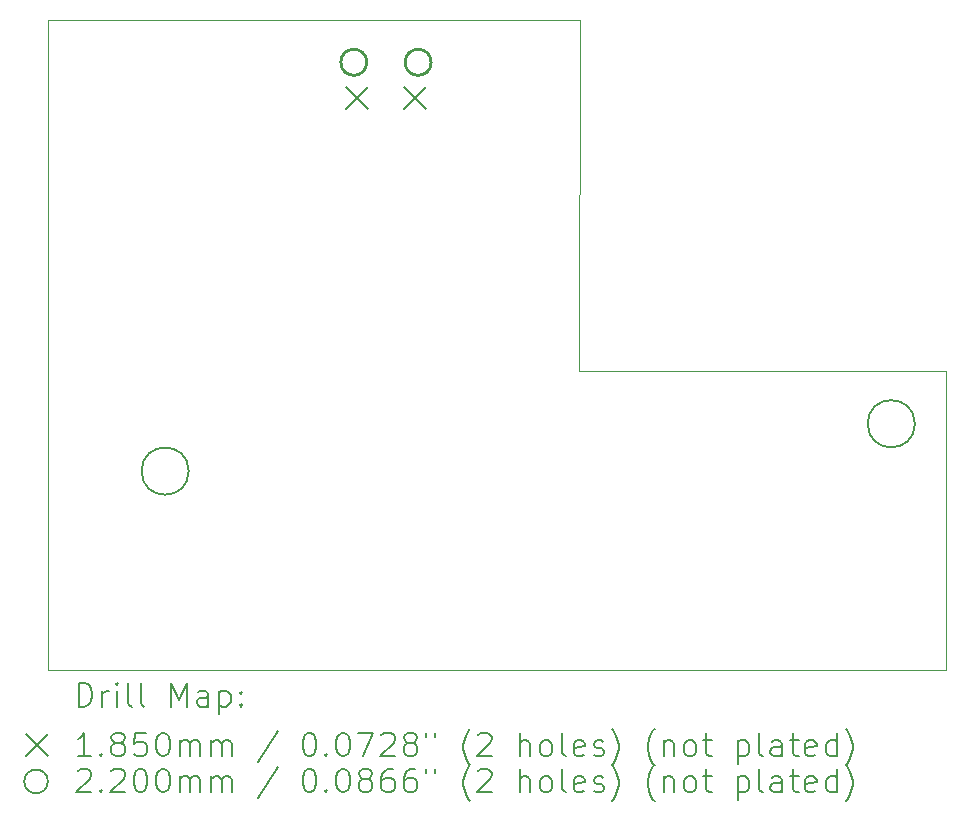
<source format=gbr>
%TF.GenerationSoftware,KiCad,Pcbnew,9.0.2*%
%TF.CreationDate,2025-07-08T09:36:59-03:00*%
%TF.ProjectId,RadProt_IOT,52616450-726f-4745-9f49-4f542e6b6963,rev?*%
%TF.SameCoordinates,Original*%
%TF.FileFunction,Drillmap*%
%TF.FilePolarity,Positive*%
%FSLAX45Y45*%
G04 Gerber Fmt 4.5, Leading zero omitted, Abs format (unit mm)*
G04 Created by KiCad (PCBNEW 9.0.2) date 2025-07-08 09:36:59*
%MOMM*%
%LPD*%
G01*
G04 APERTURE LIST*
%ADD10C,0.200000*%
%ADD11C,0.050000*%
%ADD12C,0.185000*%
%ADD13C,0.220000*%
G04 APERTURE END LIST*
D10*
X11690000Y-11820000D02*
G75*
G02*
X11290000Y-11820000I-200000J0D01*
G01*
X11290000Y-11820000D02*
G75*
G02*
X11690000Y-11820000I200000J0D01*
G01*
D11*
X15000000Y-8000000D02*
X10500000Y-8000000D01*
D10*
X17838000Y-11419000D02*
G75*
G02*
X17438000Y-11419000I-200000J0D01*
G01*
X17438000Y-11419000D02*
G75*
G02*
X17838000Y-11419000I200000J0D01*
G01*
D11*
X18100000Y-10969000D02*
X14997471Y-10969000D01*
X10500000Y-13500000D02*
X18100000Y-13500000D01*
X14997471Y-10969000D02*
X15000000Y-8000000D01*
X10500000Y-8000000D02*
X10500000Y-13500000D01*
X18100000Y-10969000D02*
X18100000Y-13500000D01*
D10*
D12*
X13025000Y-8569500D02*
X13210000Y-8754500D01*
X13210000Y-8569500D02*
X13025000Y-8754500D01*
X13510000Y-8569500D02*
X13695000Y-8754500D01*
X13695000Y-8569500D02*
X13510000Y-8754500D01*
D13*
X13197500Y-8359000D02*
G75*
G02*
X12977500Y-8359000I-110000J0D01*
G01*
X12977500Y-8359000D02*
G75*
G02*
X13197500Y-8359000I110000J0D01*
G01*
X13742500Y-8359000D02*
G75*
G02*
X13522500Y-8359000I-110000J0D01*
G01*
X13522500Y-8359000D02*
G75*
G02*
X13742500Y-8359000I110000J0D01*
G01*
D10*
X10758277Y-13813984D02*
X10758277Y-13613984D01*
X10758277Y-13613984D02*
X10805896Y-13613984D01*
X10805896Y-13613984D02*
X10834467Y-13623508D01*
X10834467Y-13623508D02*
X10853515Y-13642555D01*
X10853515Y-13642555D02*
X10863039Y-13661603D01*
X10863039Y-13661603D02*
X10872563Y-13699698D01*
X10872563Y-13699698D02*
X10872563Y-13728269D01*
X10872563Y-13728269D02*
X10863039Y-13766365D01*
X10863039Y-13766365D02*
X10853515Y-13785412D01*
X10853515Y-13785412D02*
X10834467Y-13804460D01*
X10834467Y-13804460D02*
X10805896Y-13813984D01*
X10805896Y-13813984D02*
X10758277Y-13813984D01*
X10958277Y-13813984D02*
X10958277Y-13680650D01*
X10958277Y-13718746D02*
X10967801Y-13699698D01*
X10967801Y-13699698D02*
X10977324Y-13690174D01*
X10977324Y-13690174D02*
X10996372Y-13680650D01*
X10996372Y-13680650D02*
X11015420Y-13680650D01*
X11082086Y-13813984D02*
X11082086Y-13680650D01*
X11082086Y-13613984D02*
X11072563Y-13623508D01*
X11072563Y-13623508D02*
X11082086Y-13633031D01*
X11082086Y-13633031D02*
X11091610Y-13623508D01*
X11091610Y-13623508D02*
X11082086Y-13613984D01*
X11082086Y-13613984D02*
X11082086Y-13633031D01*
X11205896Y-13813984D02*
X11186848Y-13804460D01*
X11186848Y-13804460D02*
X11177324Y-13785412D01*
X11177324Y-13785412D02*
X11177324Y-13613984D01*
X11310658Y-13813984D02*
X11291610Y-13804460D01*
X11291610Y-13804460D02*
X11282086Y-13785412D01*
X11282086Y-13785412D02*
X11282086Y-13613984D01*
X11539229Y-13813984D02*
X11539229Y-13613984D01*
X11539229Y-13613984D02*
X11605896Y-13756841D01*
X11605896Y-13756841D02*
X11672562Y-13613984D01*
X11672562Y-13613984D02*
X11672562Y-13813984D01*
X11853515Y-13813984D02*
X11853515Y-13709222D01*
X11853515Y-13709222D02*
X11843991Y-13690174D01*
X11843991Y-13690174D02*
X11824943Y-13680650D01*
X11824943Y-13680650D02*
X11786848Y-13680650D01*
X11786848Y-13680650D02*
X11767801Y-13690174D01*
X11853515Y-13804460D02*
X11834467Y-13813984D01*
X11834467Y-13813984D02*
X11786848Y-13813984D01*
X11786848Y-13813984D02*
X11767801Y-13804460D01*
X11767801Y-13804460D02*
X11758277Y-13785412D01*
X11758277Y-13785412D02*
X11758277Y-13766365D01*
X11758277Y-13766365D02*
X11767801Y-13747317D01*
X11767801Y-13747317D02*
X11786848Y-13737793D01*
X11786848Y-13737793D02*
X11834467Y-13737793D01*
X11834467Y-13737793D02*
X11853515Y-13728269D01*
X11948753Y-13680650D02*
X11948753Y-13880650D01*
X11948753Y-13690174D02*
X11967801Y-13680650D01*
X11967801Y-13680650D02*
X12005896Y-13680650D01*
X12005896Y-13680650D02*
X12024943Y-13690174D01*
X12024943Y-13690174D02*
X12034467Y-13699698D01*
X12034467Y-13699698D02*
X12043991Y-13718746D01*
X12043991Y-13718746D02*
X12043991Y-13775888D01*
X12043991Y-13775888D02*
X12034467Y-13794936D01*
X12034467Y-13794936D02*
X12024943Y-13804460D01*
X12024943Y-13804460D02*
X12005896Y-13813984D01*
X12005896Y-13813984D02*
X11967801Y-13813984D01*
X11967801Y-13813984D02*
X11948753Y-13804460D01*
X12129705Y-13794936D02*
X12139229Y-13804460D01*
X12139229Y-13804460D02*
X12129705Y-13813984D01*
X12129705Y-13813984D02*
X12120182Y-13804460D01*
X12120182Y-13804460D02*
X12129705Y-13794936D01*
X12129705Y-13794936D02*
X12129705Y-13813984D01*
X12129705Y-13690174D02*
X12139229Y-13699698D01*
X12139229Y-13699698D02*
X12129705Y-13709222D01*
X12129705Y-13709222D02*
X12120182Y-13699698D01*
X12120182Y-13699698D02*
X12129705Y-13690174D01*
X12129705Y-13690174D02*
X12129705Y-13709222D01*
D12*
X10312500Y-14050000D02*
X10497500Y-14235000D01*
X10497500Y-14050000D02*
X10312500Y-14235000D01*
D10*
X10863039Y-14233984D02*
X10748753Y-14233984D01*
X10805896Y-14233984D02*
X10805896Y-14033984D01*
X10805896Y-14033984D02*
X10786848Y-14062555D01*
X10786848Y-14062555D02*
X10767801Y-14081603D01*
X10767801Y-14081603D02*
X10748753Y-14091127D01*
X10948753Y-14214936D02*
X10958277Y-14224460D01*
X10958277Y-14224460D02*
X10948753Y-14233984D01*
X10948753Y-14233984D02*
X10939229Y-14224460D01*
X10939229Y-14224460D02*
X10948753Y-14214936D01*
X10948753Y-14214936D02*
X10948753Y-14233984D01*
X11072563Y-14119698D02*
X11053515Y-14110174D01*
X11053515Y-14110174D02*
X11043991Y-14100650D01*
X11043991Y-14100650D02*
X11034467Y-14081603D01*
X11034467Y-14081603D02*
X11034467Y-14072079D01*
X11034467Y-14072079D02*
X11043991Y-14053031D01*
X11043991Y-14053031D02*
X11053515Y-14043508D01*
X11053515Y-14043508D02*
X11072563Y-14033984D01*
X11072563Y-14033984D02*
X11110658Y-14033984D01*
X11110658Y-14033984D02*
X11129705Y-14043508D01*
X11129705Y-14043508D02*
X11139229Y-14053031D01*
X11139229Y-14053031D02*
X11148753Y-14072079D01*
X11148753Y-14072079D02*
X11148753Y-14081603D01*
X11148753Y-14081603D02*
X11139229Y-14100650D01*
X11139229Y-14100650D02*
X11129705Y-14110174D01*
X11129705Y-14110174D02*
X11110658Y-14119698D01*
X11110658Y-14119698D02*
X11072563Y-14119698D01*
X11072563Y-14119698D02*
X11053515Y-14129222D01*
X11053515Y-14129222D02*
X11043991Y-14138746D01*
X11043991Y-14138746D02*
X11034467Y-14157793D01*
X11034467Y-14157793D02*
X11034467Y-14195888D01*
X11034467Y-14195888D02*
X11043991Y-14214936D01*
X11043991Y-14214936D02*
X11053515Y-14224460D01*
X11053515Y-14224460D02*
X11072563Y-14233984D01*
X11072563Y-14233984D02*
X11110658Y-14233984D01*
X11110658Y-14233984D02*
X11129705Y-14224460D01*
X11129705Y-14224460D02*
X11139229Y-14214936D01*
X11139229Y-14214936D02*
X11148753Y-14195888D01*
X11148753Y-14195888D02*
X11148753Y-14157793D01*
X11148753Y-14157793D02*
X11139229Y-14138746D01*
X11139229Y-14138746D02*
X11129705Y-14129222D01*
X11129705Y-14129222D02*
X11110658Y-14119698D01*
X11329705Y-14033984D02*
X11234467Y-14033984D01*
X11234467Y-14033984D02*
X11224943Y-14129222D01*
X11224943Y-14129222D02*
X11234467Y-14119698D01*
X11234467Y-14119698D02*
X11253515Y-14110174D01*
X11253515Y-14110174D02*
X11301134Y-14110174D01*
X11301134Y-14110174D02*
X11320182Y-14119698D01*
X11320182Y-14119698D02*
X11329705Y-14129222D01*
X11329705Y-14129222D02*
X11339229Y-14148269D01*
X11339229Y-14148269D02*
X11339229Y-14195888D01*
X11339229Y-14195888D02*
X11329705Y-14214936D01*
X11329705Y-14214936D02*
X11320182Y-14224460D01*
X11320182Y-14224460D02*
X11301134Y-14233984D01*
X11301134Y-14233984D02*
X11253515Y-14233984D01*
X11253515Y-14233984D02*
X11234467Y-14224460D01*
X11234467Y-14224460D02*
X11224943Y-14214936D01*
X11463039Y-14033984D02*
X11482086Y-14033984D01*
X11482086Y-14033984D02*
X11501134Y-14043508D01*
X11501134Y-14043508D02*
X11510658Y-14053031D01*
X11510658Y-14053031D02*
X11520182Y-14072079D01*
X11520182Y-14072079D02*
X11529705Y-14110174D01*
X11529705Y-14110174D02*
X11529705Y-14157793D01*
X11529705Y-14157793D02*
X11520182Y-14195888D01*
X11520182Y-14195888D02*
X11510658Y-14214936D01*
X11510658Y-14214936D02*
X11501134Y-14224460D01*
X11501134Y-14224460D02*
X11482086Y-14233984D01*
X11482086Y-14233984D02*
X11463039Y-14233984D01*
X11463039Y-14233984D02*
X11443991Y-14224460D01*
X11443991Y-14224460D02*
X11434467Y-14214936D01*
X11434467Y-14214936D02*
X11424943Y-14195888D01*
X11424943Y-14195888D02*
X11415420Y-14157793D01*
X11415420Y-14157793D02*
X11415420Y-14110174D01*
X11415420Y-14110174D02*
X11424943Y-14072079D01*
X11424943Y-14072079D02*
X11434467Y-14053031D01*
X11434467Y-14053031D02*
X11443991Y-14043508D01*
X11443991Y-14043508D02*
X11463039Y-14033984D01*
X11615420Y-14233984D02*
X11615420Y-14100650D01*
X11615420Y-14119698D02*
X11624943Y-14110174D01*
X11624943Y-14110174D02*
X11643991Y-14100650D01*
X11643991Y-14100650D02*
X11672563Y-14100650D01*
X11672563Y-14100650D02*
X11691610Y-14110174D01*
X11691610Y-14110174D02*
X11701134Y-14129222D01*
X11701134Y-14129222D02*
X11701134Y-14233984D01*
X11701134Y-14129222D02*
X11710658Y-14110174D01*
X11710658Y-14110174D02*
X11729705Y-14100650D01*
X11729705Y-14100650D02*
X11758277Y-14100650D01*
X11758277Y-14100650D02*
X11777324Y-14110174D01*
X11777324Y-14110174D02*
X11786848Y-14129222D01*
X11786848Y-14129222D02*
X11786848Y-14233984D01*
X11882086Y-14233984D02*
X11882086Y-14100650D01*
X11882086Y-14119698D02*
X11891610Y-14110174D01*
X11891610Y-14110174D02*
X11910658Y-14100650D01*
X11910658Y-14100650D02*
X11939229Y-14100650D01*
X11939229Y-14100650D02*
X11958277Y-14110174D01*
X11958277Y-14110174D02*
X11967801Y-14129222D01*
X11967801Y-14129222D02*
X11967801Y-14233984D01*
X11967801Y-14129222D02*
X11977324Y-14110174D01*
X11977324Y-14110174D02*
X11996372Y-14100650D01*
X11996372Y-14100650D02*
X12024943Y-14100650D01*
X12024943Y-14100650D02*
X12043991Y-14110174D01*
X12043991Y-14110174D02*
X12053515Y-14129222D01*
X12053515Y-14129222D02*
X12053515Y-14233984D01*
X12443991Y-14024460D02*
X12272563Y-14281603D01*
X12701134Y-14033984D02*
X12720182Y-14033984D01*
X12720182Y-14033984D02*
X12739229Y-14043508D01*
X12739229Y-14043508D02*
X12748753Y-14053031D01*
X12748753Y-14053031D02*
X12758277Y-14072079D01*
X12758277Y-14072079D02*
X12767801Y-14110174D01*
X12767801Y-14110174D02*
X12767801Y-14157793D01*
X12767801Y-14157793D02*
X12758277Y-14195888D01*
X12758277Y-14195888D02*
X12748753Y-14214936D01*
X12748753Y-14214936D02*
X12739229Y-14224460D01*
X12739229Y-14224460D02*
X12720182Y-14233984D01*
X12720182Y-14233984D02*
X12701134Y-14233984D01*
X12701134Y-14233984D02*
X12682086Y-14224460D01*
X12682086Y-14224460D02*
X12672563Y-14214936D01*
X12672563Y-14214936D02*
X12663039Y-14195888D01*
X12663039Y-14195888D02*
X12653515Y-14157793D01*
X12653515Y-14157793D02*
X12653515Y-14110174D01*
X12653515Y-14110174D02*
X12663039Y-14072079D01*
X12663039Y-14072079D02*
X12672563Y-14053031D01*
X12672563Y-14053031D02*
X12682086Y-14043508D01*
X12682086Y-14043508D02*
X12701134Y-14033984D01*
X12853515Y-14214936D02*
X12863039Y-14224460D01*
X12863039Y-14224460D02*
X12853515Y-14233984D01*
X12853515Y-14233984D02*
X12843991Y-14224460D01*
X12843991Y-14224460D02*
X12853515Y-14214936D01*
X12853515Y-14214936D02*
X12853515Y-14233984D01*
X12986848Y-14033984D02*
X13005896Y-14033984D01*
X13005896Y-14033984D02*
X13024944Y-14043508D01*
X13024944Y-14043508D02*
X13034467Y-14053031D01*
X13034467Y-14053031D02*
X13043991Y-14072079D01*
X13043991Y-14072079D02*
X13053515Y-14110174D01*
X13053515Y-14110174D02*
X13053515Y-14157793D01*
X13053515Y-14157793D02*
X13043991Y-14195888D01*
X13043991Y-14195888D02*
X13034467Y-14214936D01*
X13034467Y-14214936D02*
X13024944Y-14224460D01*
X13024944Y-14224460D02*
X13005896Y-14233984D01*
X13005896Y-14233984D02*
X12986848Y-14233984D01*
X12986848Y-14233984D02*
X12967801Y-14224460D01*
X12967801Y-14224460D02*
X12958277Y-14214936D01*
X12958277Y-14214936D02*
X12948753Y-14195888D01*
X12948753Y-14195888D02*
X12939229Y-14157793D01*
X12939229Y-14157793D02*
X12939229Y-14110174D01*
X12939229Y-14110174D02*
X12948753Y-14072079D01*
X12948753Y-14072079D02*
X12958277Y-14053031D01*
X12958277Y-14053031D02*
X12967801Y-14043508D01*
X12967801Y-14043508D02*
X12986848Y-14033984D01*
X13120182Y-14033984D02*
X13253515Y-14033984D01*
X13253515Y-14033984D02*
X13167801Y-14233984D01*
X13320182Y-14053031D02*
X13329706Y-14043508D01*
X13329706Y-14043508D02*
X13348753Y-14033984D01*
X13348753Y-14033984D02*
X13396372Y-14033984D01*
X13396372Y-14033984D02*
X13415420Y-14043508D01*
X13415420Y-14043508D02*
X13424944Y-14053031D01*
X13424944Y-14053031D02*
X13434467Y-14072079D01*
X13434467Y-14072079D02*
X13434467Y-14091127D01*
X13434467Y-14091127D02*
X13424944Y-14119698D01*
X13424944Y-14119698D02*
X13310658Y-14233984D01*
X13310658Y-14233984D02*
X13434467Y-14233984D01*
X13548753Y-14119698D02*
X13529706Y-14110174D01*
X13529706Y-14110174D02*
X13520182Y-14100650D01*
X13520182Y-14100650D02*
X13510658Y-14081603D01*
X13510658Y-14081603D02*
X13510658Y-14072079D01*
X13510658Y-14072079D02*
X13520182Y-14053031D01*
X13520182Y-14053031D02*
X13529706Y-14043508D01*
X13529706Y-14043508D02*
X13548753Y-14033984D01*
X13548753Y-14033984D02*
X13586848Y-14033984D01*
X13586848Y-14033984D02*
X13605896Y-14043508D01*
X13605896Y-14043508D02*
X13615420Y-14053031D01*
X13615420Y-14053031D02*
X13624944Y-14072079D01*
X13624944Y-14072079D02*
X13624944Y-14081603D01*
X13624944Y-14081603D02*
X13615420Y-14100650D01*
X13615420Y-14100650D02*
X13605896Y-14110174D01*
X13605896Y-14110174D02*
X13586848Y-14119698D01*
X13586848Y-14119698D02*
X13548753Y-14119698D01*
X13548753Y-14119698D02*
X13529706Y-14129222D01*
X13529706Y-14129222D02*
X13520182Y-14138746D01*
X13520182Y-14138746D02*
X13510658Y-14157793D01*
X13510658Y-14157793D02*
X13510658Y-14195888D01*
X13510658Y-14195888D02*
X13520182Y-14214936D01*
X13520182Y-14214936D02*
X13529706Y-14224460D01*
X13529706Y-14224460D02*
X13548753Y-14233984D01*
X13548753Y-14233984D02*
X13586848Y-14233984D01*
X13586848Y-14233984D02*
X13605896Y-14224460D01*
X13605896Y-14224460D02*
X13615420Y-14214936D01*
X13615420Y-14214936D02*
X13624944Y-14195888D01*
X13624944Y-14195888D02*
X13624944Y-14157793D01*
X13624944Y-14157793D02*
X13615420Y-14138746D01*
X13615420Y-14138746D02*
X13605896Y-14129222D01*
X13605896Y-14129222D02*
X13586848Y-14119698D01*
X13701134Y-14033984D02*
X13701134Y-14072079D01*
X13777325Y-14033984D02*
X13777325Y-14072079D01*
X14072563Y-14310174D02*
X14063039Y-14300650D01*
X14063039Y-14300650D02*
X14043991Y-14272079D01*
X14043991Y-14272079D02*
X14034468Y-14253031D01*
X14034468Y-14253031D02*
X14024944Y-14224460D01*
X14024944Y-14224460D02*
X14015420Y-14176841D01*
X14015420Y-14176841D02*
X14015420Y-14138746D01*
X14015420Y-14138746D02*
X14024944Y-14091127D01*
X14024944Y-14091127D02*
X14034468Y-14062555D01*
X14034468Y-14062555D02*
X14043991Y-14043508D01*
X14043991Y-14043508D02*
X14063039Y-14014936D01*
X14063039Y-14014936D02*
X14072563Y-14005412D01*
X14139229Y-14053031D02*
X14148753Y-14043508D01*
X14148753Y-14043508D02*
X14167801Y-14033984D01*
X14167801Y-14033984D02*
X14215420Y-14033984D01*
X14215420Y-14033984D02*
X14234468Y-14043508D01*
X14234468Y-14043508D02*
X14243991Y-14053031D01*
X14243991Y-14053031D02*
X14253515Y-14072079D01*
X14253515Y-14072079D02*
X14253515Y-14091127D01*
X14253515Y-14091127D02*
X14243991Y-14119698D01*
X14243991Y-14119698D02*
X14129706Y-14233984D01*
X14129706Y-14233984D02*
X14253515Y-14233984D01*
X14491610Y-14233984D02*
X14491610Y-14033984D01*
X14577325Y-14233984D02*
X14577325Y-14129222D01*
X14577325Y-14129222D02*
X14567801Y-14110174D01*
X14567801Y-14110174D02*
X14548753Y-14100650D01*
X14548753Y-14100650D02*
X14520182Y-14100650D01*
X14520182Y-14100650D02*
X14501134Y-14110174D01*
X14501134Y-14110174D02*
X14491610Y-14119698D01*
X14701134Y-14233984D02*
X14682087Y-14224460D01*
X14682087Y-14224460D02*
X14672563Y-14214936D01*
X14672563Y-14214936D02*
X14663039Y-14195888D01*
X14663039Y-14195888D02*
X14663039Y-14138746D01*
X14663039Y-14138746D02*
X14672563Y-14119698D01*
X14672563Y-14119698D02*
X14682087Y-14110174D01*
X14682087Y-14110174D02*
X14701134Y-14100650D01*
X14701134Y-14100650D02*
X14729706Y-14100650D01*
X14729706Y-14100650D02*
X14748753Y-14110174D01*
X14748753Y-14110174D02*
X14758277Y-14119698D01*
X14758277Y-14119698D02*
X14767801Y-14138746D01*
X14767801Y-14138746D02*
X14767801Y-14195888D01*
X14767801Y-14195888D02*
X14758277Y-14214936D01*
X14758277Y-14214936D02*
X14748753Y-14224460D01*
X14748753Y-14224460D02*
X14729706Y-14233984D01*
X14729706Y-14233984D02*
X14701134Y-14233984D01*
X14882087Y-14233984D02*
X14863039Y-14224460D01*
X14863039Y-14224460D02*
X14853515Y-14205412D01*
X14853515Y-14205412D02*
X14853515Y-14033984D01*
X15034468Y-14224460D02*
X15015420Y-14233984D01*
X15015420Y-14233984D02*
X14977325Y-14233984D01*
X14977325Y-14233984D02*
X14958277Y-14224460D01*
X14958277Y-14224460D02*
X14948753Y-14205412D01*
X14948753Y-14205412D02*
X14948753Y-14129222D01*
X14948753Y-14129222D02*
X14958277Y-14110174D01*
X14958277Y-14110174D02*
X14977325Y-14100650D01*
X14977325Y-14100650D02*
X15015420Y-14100650D01*
X15015420Y-14100650D02*
X15034468Y-14110174D01*
X15034468Y-14110174D02*
X15043991Y-14129222D01*
X15043991Y-14129222D02*
X15043991Y-14148269D01*
X15043991Y-14148269D02*
X14948753Y-14167317D01*
X15120182Y-14224460D02*
X15139230Y-14233984D01*
X15139230Y-14233984D02*
X15177325Y-14233984D01*
X15177325Y-14233984D02*
X15196372Y-14224460D01*
X15196372Y-14224460D02*
X15205896Y-14205412D01*
X15205896Y-14205412D02*
X15205896Y-14195888D01*
X15205896Y-14195888D02*
X15196372Y-14176841D01*
X15196372Y-14176841D02*
X15177325Y-14167317D01*
X15177325Y-14167317D02*
X15148753Y-14167317D01*
X15148753Y-14167317D02*
X15129706Y-14157793D01*
X15129706Y-14157793D02*
X15120182Y-14138746D01*
X15120182Y-14138746D02*
X15120182Y-14129222D01*
X15120182Y-14129222D02*
X15129706Y-14110174D01*
X15129706Y-14110174D02*
X15148753Y-14100650D01*
X15148753Y-14100650D02*
X15177325Y-14100650D01*
X15177325Y-14100650D02*
X15196372Y-14110174D01*
X15272563Y-14310174D02*
X15282087Y-14300650D01*
X15282087Y-14300650D02*
X15301134Y-14272079D01*
X15301134Y-14272079D02*
X15310658Y-14253031D01*
X15310658Y-14253031D02*
X15320182Y-14224460D01*
X15320182Y-14224460D02*
X15329706Y-14176841D01*
X15329706Y-14176841D02*
X15329706Y-14138746D01*
X15329706Y-14138746D02*
X15320182Y-14091127D01*
X15320182Y-14091127D02*
X15310658Y-14062555D01*
X15310658Y-14062555D02*
X15301134Y-14043508D01*
X15301134Y-14043508D02*
X15282087Y-14014936D01*
X15282087Y-14014936D02*
X15272563Y-14005412D01*
X15634468Y-14310174D02*
X15624944Y-14300650D01*
X15624944Y-14300650D02*
X15605896Y-14272079D01*
X15605896Y-14272079D02*
X15596372Y-14253031D01*
X15596372Y-14253031D02*
X15586849Y-14224460D01*
X15586849Y-14224460D02*
X15577325Y-14176841D01*
X15577325Y-14176841D02*
X15577325Y-14138746D01*
X15577325Y-14138746D02*
X15586849Y-14091127D01*
X15586849Y-14091127D02*
X15596372Y-14062555D01*
X15596372Y-14062555D02*
X15605896Y-14043508D01*
X15605896Y-14043508D02*
X15624944Y-14014936D01*
X15624944Y-14014936D02*
X15634468Y-14005412D01*
X15710658Y-14100650D02*
X15710658Y-14233984D01*
X15710658Y-14119698D02*
X15720182Y-14110174D01*
X15720182Y-14110174D02*
X15739230Y-14100650D01*
X15739230Y-14100650D02*
X15767801Y-14100650D01*
X15767801Y-14100650D02*
X15786849Y-14110174D01*
X15786849Y-14110174D02*
X15796372Y-14129222D01*
X15796372Y-14129222D02*
X15796372Y-14233984D01*
X15920182Y-14233984D02*
X15901134Y-14224460D01*
X15901134Y-14224460D02*
X15891611Y-14214936D01*
X15891611Y-14214936D02*
X15882087Y-14195888D01*
X15882087Y-14195888D02*
X15882087Y-14138746D01*
X15882087Y-14138746D02*
X15891611Y-14119698D01*
X15891611Y-14119698D02*
X15901134Y-14110174D01*
X15901134Y-14110174D02*
X15920182Y-14100650D01*
X15920182Y-14100650D02*
X15948753Y-14100650D01*
X15948753Y-14100650D02*
X15967801Y-14110174D01*
X15967801Y-14110174D02*
X15977325Y-14119698D01*
X15977325Y-14119698D02*
X15986849Y-14138746D01*
X15986849Y-14138746D02*
X15986849Y-14195888D01*
X15986849Y-14195888D02*
X15977325Y-14214936D01*
X15977325Y-14214936D02*
X15967801Y-14224460D01*
X15967801Y-14224460D02*
X15948753Y-14233984D01*
X15948753Y-14233984D02*
X15920182Y-14233984D01*
X16043992Y-14100650D02*
X16120182Y-14100650D01*
X16072563Y-14033984D02*
X16072563Y-14205412D01*
X16072563Y-14205412D02*
X16082087Y-14224460D01*
X16082087Y-14224460D02*
X16101134Y-14233984D01*
X16101134Y-14233984D02*
X16120182Y-14233984D01*
X16339230Y-14100650D02*
X16339230Y-14300650D01*
X16339230Y-14110174D02*
X16358277Y-14100650D01*
X16358277Y-14100650D02*
X16396373Y-14100650D01*
X16396373Y-14100650D02*
X16415420Y-14110174D01*
X16415420Y-14110174D02*
X16424944Y-14119698D01*
X16424944Y-14119698D02*
X16434468Y-14138746D01*
X16434468Y-14138746D02*
X16434468Y-14195888D01*
X16434468Y-14195888D02*
X16424944Y-14214936D01*
X16424944Y-14214936D02*
X16415420Y-14224460D01*
X16415420Y-14224460D02*
X16396373Y-14233984D01*
X16396373Y-14233984D02*
X16358277Y-14233984D01*
X16358277Y-14233984D02*
X16339230Y-14224460D01*
X16548753Y-14233984D02*
X16529706Y-14224460D01*
X16529706Y-14224460D02*
X16520182Y-14205412D01*
X16520182Y-14205412D02*
X16520182Y-14033984D01*
X16710658Y-14233984D02*
X16710658Y-14129222D01*
X16710658Y-14129222D02*
X16701134Y-14110174D01*
X16701134Y-14110174D02*
X16682087Y-14100650D01*
X16682087Y-14100650D02*
X16643992Y-14100650D01*
X16643992Y-14100650D02*
X16624944Y-14110174D01*
X16710658Y-14224460D02*
X16691611Y-14233984D01*
X16691611Y-14233984D02*
X16643992Y-14233984D01*
X16643992Y-14233984D02*
X16624944Y-14224460D01*
X16624944Y-14224460D02*
X16615420Y-14205412D01*
X16615420Y-14205412D02*
X16615420Y-14186365D01*
X16615420Y-14186365D02*
X16624944Y-14167317D01*
X16624944Y-14167317D02*
X16643992Y-14157793D01*
X16643992Y-14157793D02*
X16691611Y-14157793D01*
X16691611Y-14157793D02*
X16710658Y-14148269D01*
X16777325Y-14100650D02*
X16853515Y-14100650D01*
X16805896Y-14033984D02*
X16805896Y-14205412D01*
X16805896Y-14205412D02*
X16815420Y-14224460D01*
X16815420Y-14224460D02*
X16834468Y-14233984D01*
X16834468Y-14233984D02*
X16853515Y-14233984D01*
X16996373Y-14224460D02*
X16977325Y-14233984D01*
X16977325Y-14233984D02*
X16939230Y-14233984D01*
X16939230Y-14233984D02*
X16920182Y-14224460D01*
X16920182Y-14224460D02*
X16910658Y-14205412D01*
X16910658Y-14205412D02*
X16910658Y-14129222D01*
X16910658Y-14129222D02*
X16920182Y-14110174D01*
X16920182Y-14110174D02*
X16939230Y-14100650D01*
X16939230Y-14100650D02*
X16977325Y-14100650D01*
X16977325Y-14100650D02*
X16996373Y-14110174D01*
X16996373Y-14110174D02*
X17005896Y-14129222D01*
X17005896Y-14129222D02*
X17005896Y-14148269D01*
X17005896Y-14148269D02*
X16910658Y-14167317D01*
X17177325Y-14233984D02*
X17177325Y-14033984D01*
X17177325Y-14224460D02*
X17158277Y-14233984D01*
X17158277Y-14233984D02*
X17120182Y-14233984D01*
X17120182Y-14233984D02*
X17101135Y-14224460D01*
X17101135Y-14224460D02*
X17091611Y-14214936D01*
X17091611Y-14214936D02*
X17082087Y-14195888D01*
X17082087Y-14195888D02*
X17082087Y-14138746D01*
X17082087Y-14138746D02*
X17091611Y-14119698D01*
X17091611Y-14119698D02*
X17101135Y-14110174D01*
X17101135Y-14110174D02*
X17120182Y-14100650D01*
X17120182Y-14100650D02*
X17158277Y-14100650D01*
X17158277Y-14100650D02*
X17177325Y-14110174D01*
X17253516Y-14310174D02*
X17263039Y-14300650D01*
X17263039Y-14300650D02*
X17282087Y-14272079D01*
X17282087Y-14272079D02*
X17291611Y-14253031D01*
X17291611Y-14253031D02*
X17301135Y-14224460D01*
X17301135Y-14224460D02*
X17310658Y-14176841D01*
X17310658Y-14176841D02*
X17310658Y-14138746D01*
X17310658Y-14138746D02*
X17301135Y-14091127D01*
X17301135Y-14091127D02*
X17291611Y-14062555D01*
X17291611Y-14062555D02*
X17282087Y-14043508D01*
X17282087Y-14043508D02*
X17263039Y-14014936D01*
X17263039Y-14014936D02*
X17253516Y-14005412D01*
X10497500Y-14447500D02*
G75*
G02*
X10297500Y-14447500I-100000J0D01*
G01*
X10297500Y-14447500D02*
G75*
G02*
X10497500Y-14447500I100000J0D01*
G01*
X10748753Y-14358031D02*
X10758277Y-14348508D01*
X10758277Y-14348508D02*
X10777324Y-14338984D01*
X10777324Y-14338984D02*
X10824944Y-14338984D01*
X10824944Y-14338984D02*
X10843991Y-14348508D01*
X10843991Y-14348508D02*
X10853515Y-14358031D01*
X10853515Y-14358031D02*
X10863039Y-14377079D01*
X10863039Y-14377079D02*
X10863039Y-14396127D01*
X10863039Y-14396127D02*
X10853515Y-14424698D01*
X10853515Y-14424698D02*
X10739229Y-14538984D01*
X10739229Y-14538984D02*
X10863039Y-14538984D01*
X10948753Y-14519936D02*
X10958277Y-14529460D01*
X10958277Y-14529460D02*
X10948753Y-14538984D01*
X10948753Y-14538984D02*
X10939229Y-14529460D01*
X10939229Y-14529460D02*
X10948753Y-14519936D01*
X10948753Y-14519936D02*
X10948753Y-14538984D01*
X11034467Y-14358031D02*
X11043991Y-14348508D01*
X11043991Y-14348508D02*
X11063039Y-14338984D01*
X11063039Y-14338984D02*
X11110658Y-14338984D01*
X11110658Y-14338984D02*
X11129705Y-14348508D01*
X11129705Y-14348508D02*
X11139229Y-14358031D01*
X11139229Y-14358031D02*
X11148753Y-14377079D01*
X11148753Y-14377079D02*
X11148753Y-14396127D01*
X11148753Y-14396127D02*
X11139229Y-14424698D01*
X11139229Y-14424698D02*
X11024944Y-14538984D01*
X11024944Y-14538984D02*
X11148753Y-14538984D01*
X11272562Y-14338984D02*
X11291610Y-14338984D01*
X11291610Y-14338984D02*
X11310658Y-14348508D01*
X11310658Y-14348508D02*
X11320182Y-14358031D01*
X11320182Y-14358031D02*
X11329705Y-14377079D01*
X11329705Y-14377079D02*
X11339229Y-14415174D01*
X11339229Y-14415174D02*
X11339229Y-14462793D01*
X11339229Y-14462793D02*
X11329705Y-14500888D01*
X11329705Y-14500888D02*
X11320182Y-14519936D01*
X11320182Y-14519936D02*
X11310658Y-14529460D01*
X11310658Y-14529460D02*
X11291610Y-14538984D01*
X11291610Y-14538984D02*
X11272562Y-14538984D01*
X11272562Y-14538984D02*
X11253515Y-14529460D01*
X11253515Y-14529460D02*
X11243991Y-14519936D01*
X11243991Y-14519936D02*
X11234467Y-14500888D01*
X11234467Y-14500888D02*
X11224943Y-14462793D01*
X11224943Y-14462793D02*
X11224943Y-14415174D01*
X11224943Y-14415174D02*
X11234467Y-14377079D01*
X11234467Y-14377079D02*
X11243991Y-14358031D01*
X11243991Y-14358031D02*
X11253515Y-14348508D01*
X11253515Y-14348508D02*
X11272562Y-14338984D01*
X11463039Y-14338984D02*
X11482086Y-14338984D01*
X11482086Y-14338984D02*
X11501134Y-14348508D01*
X11501134Y-14348508D02*
X11510658Y-14358031D01*
X11510658Y-14358031D02*
X11520182Y-14377079D01*
X11520182Y-14377079D02*
X11529705Y-14415174D01*
X11529705Y-14415174D02*
X11529705Y-14462793D01*
X11529705Y-14462793D02*
X11520182Y-14500888D01*
X11520182Y-14500888D02*
X11510658Y-14519936D01*
X11510658Y-14519936D02*
X11501134Y-14529460D01*
X11501134Y-14529460D02*
X11482086Y-14538984D01*
X11482086Y-14538984D02*
X11463039Y-14538984D01*
X11463039Y-14538984D02*
X11443991Y-14529460D01*
X11443991Y-14529460D02*
X11434467Y-14519936D01*
X11434467Y-14519936D02*
X11424943Y-14500888D01*
X11424943Y-14500888D02*
X11415420Y-14462793D01*
X11415420Y-14462793D02*
X11415420Y-14415174D01*
X11415420Y-14415174D02*
X11424943Y-14377079D01*
X11424943Y-14377079D02*
X11434467Y-14358031D01*
X11434467Y-14358031D02*
X11443991Y-14348508D01*
X11443991Y-14348508D02*
X11463039Y-14338984D01*
X11615420Y-14538984D02*
X11615420Y-14405650D01*
X11615420Y-14424698D02*
X11624943Y-14415174D01*
X11624943Y-14415174D02*
X11643991Y-14405650D01*
X11643991Y-14405650D02*
X11672563Y-14405650D01*
X11672563Y-14405650D02*
X11691610Y-14415174D01*
X11691610Y-14415174D02*
X11701134Y-14434222D01*
X11701134Y-14434222D02*
X11701134Y-14538984D01*
X11701134Y-14434222D02*
X11710658Y-14415174D01*
X11710658Y-14415174D02*
X11729705Y-14405650D01*
X11729705Y-14405650D02*
X11758277Y-14405650D01*
X11758277Y-14405650D02*
X11777324Y-14415174D01*
X11777324Y-14415174D02*
X11786848Y-14434222D01*
X11786848Y-14434222D02*
X11786848Y-14538984D01*
X11882086Y-14538984D02*
X11882086Y-14405650D01*
X11882086Y-14424698D02*
X11891610Y-14415174D01*
X11891610Y-14415174D02*
X11910658Y-14405650D01*
X11910658Y-14405650D02*
X11939229Y-14405650D01*
X11939229Y-14405650D02*
X11958277Y-14415174D01*
X11958277Y-14415174D02*
X11967801Y-14434222D01*
X11967801Y-14434222D02*
X11967801Y-14538984D01*
X11967801Y-14434222D02*
X11977324Y-14415174D01*
X11977324Y-14415174D02*
X11996372Y-14405650D01*
X11996372Y-14405650D02*
X12024943Y-14405650D01*
X12024943Y-14405650D02*
X12043991Y-14415174D01*
X12043991Y-14415174D02*
X12053515Y-14434222D01*
X12053515Y-14434222D02*
X12053515Y-14538984D01*
X12443991Y-14329460D02*
X12272563Y-14586603D01*
X12701134Y-14338984D02*
X12720182Y-14338984D01*
X12720182Y-14338984D02*
X12739229Y-14348508D01*
X12739229Y-14348508D02*
X12748753Y-14358031D01*
X12748753Y-14358031D02*
X12758277Y-14377079D01*
X12758277Y-14377079D02*
X12767801Y-14415174D01*
X12767801Y-14415174D02*
X12767801Y-14462793D01*
X12767801Y-14462793D02*
X12758277Y-14500888D01*
X12758277Y-14500888D02*
X12748753Y-14519936D01*
X12748753Y-14519936D02*
X12739229Y-14529460D01*
X12739229Y-14529460D02*
X12720182Y-14538984D01*
X12720182Y-14538984D02*
X12701134Y-14538984D01*
X12701134Y-14538984D02*
X12682086Y-14529460D01*
X12682086Y-14529460D02*
X12672563Y-14519936D01*
X12672563Y-14519936D02*
X12663039Y-14500888D01*
X12663039Y-14500888D02*
X12653515Y-14462793D01*
X12653515Y-14462793D02*
X12653515Y-14415174D01*
X12653515Y-14415174D02*
X12663039Y-14377079D01*
X12663039Y-14377079D02*
X12672563Y-14358031D01*
X12672563Y-14358031D02*
X12682086Y-14348508D01*
X12682086Y-14348508D02*
X12701134Y-14338984D01*
X12853515Y-14519936D02*
X12863039Y-14529460D01*
X12863039Y-14529460D02*
X12853515Y-14538984D01*
X12853515Y-14538984D02*
X12843991Y-14529460D01*
X12843991Y-14529460D02*
X12853515Y-14519936D01*
X12853515Y-14519936D02*
X12853515Y-14538984D01*
X12986848Y-14338984D02*
X13005896Y-14338984D01*
X13005896Y-14338984D02*
X13024944Y-14348508D01*
X13024944Y-14348508D02*
X13034467Y-14358031D01*
X13034467Y-14358031D02*
X13043991Y-14377079D01*
X13043991Y-14377079D02*
X13053515Y-14415174D01*
X13053515Y-14415174D02*
X13053515Y-14462793D01*
X13053515Y-14462793D02*
X13043991Y-14500888D01*
X13043991Y-14500888D02*
X13034467Y-14519936D01*
X13034467Y-14519936D02*
X13024944Y-14529460D01*
X13024944Y-14529460D02*
X13005896Y-14538984D01*
X13005896Y-14538984D02*
X12986848Y-14538984D01*
X12986848Y-14538984D02*
X12967801Y-14529460D01*
X12967801Y-14529460D02*
X12958277Y-14519936D01*
X12958277Y-14519936D02*
X12948753Y-14500888D01*
X12948753Y-14500888D02*
X12939229Y-14462793D01*
X12939229Y-14462793D02*
X12939229Y-14415174D01*
X12939229Y-14415174D02*
X12948753Y-14377079D01*
X12948753Y-14377079D02*
X12958277Y-14358031D01*
X12958277Y-14358031D02*
X12967801Y-14348508D01*
X12967801Y-14348508D02*
X12986848Y-14338984D01*
X13167801Y-14424698D02*
X13148753Y-14415174D01*
X13148753Y-14415174D02*
X13139229Y-14405650D01*
X13139229Y-14405650D02*
X13129706Y-14386603D01*
X13129706Y-14386603D02*
X13129706Y-14377079D01*
X13129706Y-14377079D02*
X13139229Y-14358031D01*
X13139229Y-14358031D02*
X13148753Y-14348508D01*
X13148753Y-14348508D02*
X13167801Y-14338984D01*
X13167801Y-14338984D02*
X13205896Y-14338984D01*
X13205896Y-14338984D02*
X13224944Y-14348508D01*
X13224944Y-14348508D02*
X13234467Y-14358031D01*
X13234467Y-14358031D02*
X13243991Y-14377079D01*
X13243991Y-14377079D02*
X13243991Y-14386603D01*
X13243991Y-14386603D02*
X13234467Y-14405650D01*
X13234467Y-14405650D02*
X13224944Y-14415174D01*
X13224944Y-14415174D02*
X13205896Y-14424698D01*
X13205896Y-14424698D02*
X13167801Y-14424698D01*
X13167801Y-14424698D02*
X13148753Y-14434222D01*
X13148753Y-14434222D02*
X13139229Y-14443746D01*
X13139229Y-14443746D02*
X13129706Y-14462793D01*
X13129706Y-14462793D02*
X13129706Y-14500888D01*
X13129706Y-14500888D02*
X13139229Y-14519936D01*
X13139229Y-14519936D02*
X13148753Y-14529460D01*
X13148753Y-14529460D02*
X13167801Y-14538984D01*
X13167801Y-14538984D02*
X13205896Y-14538984D01*
X13205896Y-14538984D02*
X13224944Y-14529460D01*
X13224944Y-14529460D02*
X13234467Y-14519936D01*
X13234467Y-14519936D02*
X13243991Y-14500888D01*
X13243991Y-14500888D02*
X13243991Y-14462793D01*
X13243991Y-14462793D02*
X13234467Y-14443746D01*
X13234467Y-14443746D02*
X13224944Y-14434222D01*
X13224944Y-14434222D02*
X13205896Y-14424698D01*
X13415420Y-14338984D02*
X13377325Y-14338984D01*
X13377325Y-14338984D02*
X13358277Y-14348508D01*
X13358277Y-14348508D02*
X13348753Y-14358031D01*
X13348753Y-14358031D02*
X13329706Y-14386603D01*
X13329706Y-14386603D02*
X13320182Y-14424698D01*
X13320182Y-14424698D02*
X13320182Y-14500888D01*
X13320182Y-14500888D02*
X13329706Y-14519936D01*
X13329706Y-14519936D02*
X13339229Y-14529460D01*
X13339229Y-14529460D02*
X13358277Y-14538984D01*
X13358277Y-14538984D02*
X13396372Y-14538984D01*
X13396372Y-14538984D02*
X13415420Y-14529460D01*
X13415420Y-14529460D02*
X13424944Y-14519936D01*
X13424944Y-14519936D02*
X13434467Y-14500888D01*
X13434467Y-14500888D02*
X13434467Y-14453269D01*
X13434467Y-14453269D02*
X13424944Y-14434222D01*
X13424944Y-14434222D02*
X13415420Y-14424698D01*
X13415420Y-14424698D02*
X13396372Y-14415174D01*
X13396372Y-14415174D02*
X13358277Y-14415174D01*
X13358277Y-14415174D02*
X13339229Y-14424698D01*
X13339229Y-14424698D02*
X13329706Y-14434222D01*
X13329706Y-14434222D02*
X13320182Y-14453269D01*
X13605896Y-14338984D02*
X13567801Y-14338984D01*
X13567801Y-14338984D02*
X13548753Y-14348508D01*
X13548753Y-14348508D02*
X13539229Y-14358031D01*
X13539229Y-14358031D02*
X13520182Y-14386603D01*
X13520182Y-14386603D02*
X13510658Y-14424698D01*
X13510658Y-14424698D02*
X13510658Y-14500888D01*
X13510658Y-14500888D02*
X13520182Y-14519936D01*
X13520182Y-14519936D02*
X13529706Y-14529460D01*
X13529706Y-14529460D02*
X13548753Y-14538984D01*
X13548753Y-14538984D02*
X13586848Y-14538984D01*
X13586848Y-14538984D02*
X13605896Y-14529460D01*
X13605896Y-14529460D02*
X13615420Y-14519936D01*
X13615420Y-14519936D02*
X13624944Y-14500888D01*
X13624944Y-14500888D02*
X13624944Y-14453269D01*
X13624944Y-14453269D02*
X13615420Y-14434222D01*
X13615420Y-14434222D02*
X13605896Y-14424698D01*
X13605896Y-14424698D02*
X13586848Y-14415174D01*
X13586848Y-14415174D02*
X13548753Y-14415174D01*
X13548753Y-14415174D02*
X13529706Y-14424698D01*
X13529706Y-14424698D02*
X13520182Y-14434222D01*
X13520182Y-14434222D02*
X13510658Y-14453269D01*
X13701134Y-14338984D02*
X13701134Y-14377079D01*
X13777325Y-14338984D02*
X13777325Y-14377079D01*
X14072563Y-14615174D02*
X14063039Y-14605650D01*
X14063039Y-14605650D02*
X14043991Y-14577079D01*
X14043991Y-14577079D02*
X14034468Y-14558031D01*
X14034468Y-14558031D02*
X14024944Y-14529460D01*
X14024944Y-14529460D02*
X14015420Y-14481841D01*
X14015420Y-14481841D02*
X14015420Y-14443746D01*
X14015420Y-14443746D02*
X14024944Y-14396127D01*
X14024944Y-14396127D02*
X14034468Y-14367555D01*
X14034468Y-14367555D02*
X14043991Y-14348508D01*
X14043991Y-14348508D02*
X14063039Y-14319936D01*
X14063039Y-14319936D02*
X14072563Y-14310412D01*
X14139229Y-14358031D02*
X14148753Y-14348508D01*
X14148753Y-14348508D02*
X14167801Y-14338984D01*
X14167801Y-14338984D02*
X14215420Y-14338984D01*
X14215420Y-14338984D02*
X14234468Y-14348508D01*
X14234468Y-14348508D02*
X14243991Y-14358031D01*
X14243991Y-14358031D02*
X14253515Y-14377079D01*
X14253515Y-14377079D02*
X14253515Y-14396127D01*
X14253515Y-14396127D02*
X14243991Y-14424698D01*
X14243991Y-14424698D02*
X14129706Y-14538984D01*
X14129706Y-14538984D02*
X14253515Y-14538984D01*
X14491610Y-14538984D02*
X14491610Y-14338984D01*
X14577325Y-14538984D02*
X14577325Y-14434222D01*
X14577325Y-14434222D02*
X14567801Y-14415174D01*
X14567801Y-14415174D02*
X14548753Y-14405650D01*
X14548753Y-14405650D02*
X14520182Y-14405650D01*
X14520182Y-14405650D02*
X14501134Y-14415174D01*
X14501134Y-14415174D02*
X14491610Y-14424698D01*
X14701134Y-14538984D02*
X14682087Y-14529460D01*
X14682087Y-14529460D02*
X14672563Y-14519936D01*
X14672563Y-14519936D02*
X14663039Y-14500888D01*
X14663039Y-14500888D02*
X14663039Y-14443746D01*
X14663039Y-14443746D02*
X14672563Y-14424698D01*
X14672563Y-14424698D02*
X14682087Y-14415174D01*
X14682087Y-14415174D02*
X14701134Y-14405650D01*
X14701134Y-14405650D02*
X14729706Y-14405650D01*
X14729706Y-14405650D02*
X14748753Y-14415174D01*
X14748753Y-14415174D02*
X14758277Y-14424698D01*
X14758277Y-14424698D02*
X14767801Y-14443746D01*
X14767801Y-14443746D02*
X14767801Y-14500888D01*
X14767801Y-14500888D02*
X14758277Y-14519936D01*
X14758277Y-14519936D02*
X14748753Y-14529460D01*
X14748753Y-14529460D02*
X14729706Y-14538984D01*
X14729706Y-14538984D02*
X14701134Y-14538984D01*
X14882087Y-14538984D02*
X14863039Y-14529460D01*
X14863039Y-14529460D02*
X14853515Y-14510412D01*
X14853515Y-14510412D02*
X14853515Y-14338984D01*
X15034468Y-14529460D02*
X15015420Y-14538984D01*
X15015420Y-14538984D02*
X14977325Y-14538984D01*
X14977325Y-14538984D02*
X14958277Y-14529460D01*
X14958277Y-14529460D02*
X14948753Y-14510412D01*
X14948753Y-14510412D02*
X14948753Y-14434222D01*
X14948753Y-14434222D02*
X14958277Y-14415174D01*
X14958277Y-14415174D02*
X14977325Y-14405650D01*
X14977325Y-14405650D02*
X15015420Y-14405650D01*
X15015420Y-14405650D02*
X15034468Y-14415174D01*
X15034468Y-14415174D02*
X15043991Y-14434222D01*
X15043991Y-14434222D02*
X15043991Y-14453269D01*
X15043991Y-14453269D02*
X14948753Y-14472317D01*
X15120182Y-14529460D02*
X15139230Y-14538984D01*
X15139230Y-14538984D02*
X15177325Y-14538984D01*
X15177325Y-14538984D02*
X15196372Y-14529460D01*
X15196372Y-14529460D02*
X15205896Y-14510412D01*
X15205896Y-14510412D02*
X15205896Y-14500888D01*
X15205896Y-14500888D02*
X15196372Y-14481841D01*
X15196372Y-14481841D02*
X15177325Y-14472317D01*
X15177325Y-14472317D02*
X15148753Y-14472317D01*
X15148753Y-14472317D02*
X15129706Y-14462793D01*
X15129706Y-14462793D02*
X15120182Y-14443746D01*
X15120182Y-14443746D02*
X15120182Y-14434222D01*
X15120182Y-14434222D02*
X15129706Y-14415174D01*
X15129706Y-14415174D02*
X15148753Y-14405650D01*
X15148753Y-14405650D02*
X15177325Y-14405650D01*
X15177325Y-14405650D02*
X15196372Y-14415174D01*
X15272563Y-14615174D02*
X15282087Y-14605650D01*
X15282087Y-14605650D02*
X15301134Y-14577079D01*
X15301134Y-14577079D02*
X15310658Y-14558031D01*
X15310658Y-14558031D02*
X15320182Y-14529460D01*
X15320182Y-14529460D02*
X15329706Y-14481841D01*
X15329706Y-14481841D02*
X15329706Y-14443746D01*
X15329706Y-14443746D02*
X15320182Y-14396127D01*
X15320182Y-14396127D02*
X15310658Y-14367555D01*
X15310658Y-14367555D02*
X15301134Y-14348508D01*
X15301134Y-14348508D02*
X15282087Y-14319936D01*
X15282087Y-14319936D02*
X15272563Y-14310412D01*
X15634468Y-14615174D02*
X15624944Y-14605650D01*
X15624944Y-14605650D02*
X15605896Y-14577079D01*
X15605896Y-14577079D02*
X15596372Y-14558031D01*
X15596372Y-14558031D02*
X15586849Y-14529460D01*
X15586849Y-14529460D02*
X15577325Y-14481841D01*
X15577325Y-14481841D02*
X15577325Y-14443746D01*
X15577325Y-14443746D02*
X15586849Y-14396127D01*
X15586849Y-14396127D02*
X15596372Y-14367555D01*
X15596372Y-14367555D02*
X15605896Y-14348508D01*
X15605896Y-14348508D02*
X15624944Y-14319936D01*
X15624944Y-14319936D02*
X15634468Y-14310412D01*
X15710658Y-14405650D02*
X15710658Y-14538984D01*
X15710658Y-14424698D02*
X15720182Y-14415174D01*
X15720182Y-14415174D02*
X15739230Y-14405650D01*
X15739230Y-14405650D02*
X15767801Y-14405650D01*
X15767801Y-14405650D02*
X15786849Y-14415174D01*
X15786849Y-14415174D02*
X15796372Y-14434222D01*
X15796372Y-14434222D02*
X15796372Y-14538984D01*
X15920182Y-14538984D02*
X15901134Y-14529460D01*
X15901134Y-14529460D02*
X15891611Y-14519936D01*
X15891611Y-14519936D02*
X15882087Y-14500888D01*
X15882087Y-14500888D02*
X15882087Y-14443746D01*
X15882087Y-14443746D02*
X15891611Y-14424698D01*
X15891611Y-14424698D02*
X15901134Y-14415174D01*
X15901134Y-14415174D02*
X15920182Y-14405650D01*
X15920182Y-14405650D02*
X15948753Y-14405650D01*
X15948753Y-14405650D02*
X15967801Y-14415174D01*
X15967801Y-14415174D02*
X15977325Y-14424698D01*
X15977325Y-14424698D02*
X15986849Y-14443746D01*
X15986849Y-14443746D02*
X15986849Y-14500888D01*
X15986849Y-14500888D02*
X15977325Y-14519936D01*
X15977325Y-14519936D02*
X15967801Y-14529460D01*
X15967801Y-14529460D02*
X15948753Y-14538984D01*
X15948753Y-14538984D02*
X15920182Y-14538984D01*
X16043992Y-14405650D02*
X16120182Y-14405650D01*
X16072563Y-14338984D02*
X16072563Y-14510412D01*
X16072563Y-14510412D02*
X16082087Y-14529460D01*
X16082087Y-14529460D02*
X16101134Y-14538984D01*
X16101134Y-14538984D02*
X16120182Y-14538984D01*
X16339230Y-14405650D02*
X16339230Y-14605650D01*
X16339230Y-14415174D02*
X16358277Y-14405650D01*
X16358277Y-14405650D02*
X16396373Y-14405650D01*
X16396373Y-14405650D02*
X16415420Y-14415174D01*
X16415420Y-14415174D02*
X16424944Y-14424698D01*
X16424944Y-14424698D02*
X16434468Y-14443746D01*
X16434468Y-14443746D02*
X16434468Y-14500888D01*
X16434468Y-14500888D02*
X16424944Y-14519936D01*
X16424944Y-14519936D02*
X16415420Y-14529460D01*
X16415420Y-14529460D02*
X16396373Y-14538984D01*
X16396373Y-14538984D02*
X16358277Y-14538984D01*
X16358277Y-14538984D02*
X16339230Y-14529460D01*
X16548753Y-14538984D02*
X16529706Y-14529460D01*
X16529706Y-14529460D02*
X16520182Y-14510412D01*
X16520182Y-14510412D02*
X16520182Y-14338984D01*
X16710658Y-14538984D02*
X16710658Y-14434222D01*
X16710658Y-14434222D02*
X16701134Y-14415174D01*
X16701134Y-14415174D02*
X16682087Y-14405650D01*
X16682087Y-14405650D02*
X16643992Y-14405650D01*
X16643992Y-14405650D02*
X16624944Y-14415174D01*
X16710658Y-14529460D02*
X16691611Y-14538984D01*
X16691611Y-14538984D02*
X16643992Y-14538984D01*
X16643992Y-14538984D02*
X16624944Y-14529460D01*
X16624944Y-14529460D02*
X16615420Y-14510412D01*
X16615420Y-14510412D02*
X16615420Y-14491365D01*
X16615420Y-14491365D02*
X16624944Y-14472317D01*
X16624944Y-14472317D02*
X16643992Y-14462793D01*
X16643992Y-14462793D02*
X16691611Y-14462793D01*
X16691611Y-14462793D02*
X16710658Y-14453269D01*
X16777325Y-14405650D02*
X16853515Y-14405650D01*
X16805896Y-14338984D02*
X16805896Y-14510412D01*
X16805896Y-14510412D02*
X16815420Y-14529460D01*
X16815420Y-14529460D02*
X16834468Y-14538984D01*
X16834468Y-14538984D02*
X16853515Y-14538984D01*
X16996373Y-14529460D02*
X16977325Y-14538984D01*
X16977325Y-14538984D02*
X16939230Y-14538984D01*
X16939230Y-14538984D02*
X16920182Y-14529460D01*
X16920182Y-14529460D02*
X16910658Y-14510412D01*
X16910658Y-14510412D02*
X16910658Y-14434222D01*
X16910658Y-14434222D02*
X16920182Y-14415174D01*
X16920182Y-14415174D02*
X16939230Y-14405650D01*
X16939230Y-14405650D02*
X16977325Y-14405650D01*
X16977325Y-14405650D02*
X16996373Y-14415174D01*
X16996373Y-14415174D02*
X17005896Y-14434222D01*
X17005896Y-14434222D02*
X17005896Y-14453269D01*
X17005896Y-14453269D02*
X16910658Y-14472317D01*
X17177325Y-14538984D02*
X17177325Y-14338984D01*
X17177325Y-14529460D02*
X17158277Y-14538984D01*
X17158277Y-14538984D02*
X17120182Y-14538984D01*
X17120182Y-14538984D02*
X17101135Y-14529460D01*
X17101135Y-14529460D02*
X17091611Y-14519936D01*
X17091611Y-14519936D02*
X17082087Y-14500888D01*
X17082087Y-14500888D02*
X17082087Y-14443746D01*
X17082087Y-14443746D02*
X17091611Y-14424698D01*
X17091611Y-14424698D02*
X17101135Y-14415174D01*
X17101135Y-14415174D02*
X17120182Y-14405650D01*
X17120182Y-14405650D02*
X17158277Y-14405650D01*
X17158277Y-14405650D02*
X17177325Y-14415174D01*
X17253516Y-14615174D02*
X17263039Y-14605650D01*
X17263039Y-14605650D02*
X17282087Y-14577079D01*
X17282087Y-14577079D02*
X17291611Y-14558031D01*
X17291611Y-14558031D02*
X17301135Y-14529460D01*
X17301135Y-14529460D02*
X17310658Y-14481841D01*
X17310658Y-14481841D02*
X17310658Y-14443746D01*
X17310658Y-14443746D02*
X17301135Y-14396127D01*
X17301135Y-14396127D02*
X17291611Y-14367555D01*
X17291611Y-14367555D02*
X17282087Y-14348508D01*
X17282087Y-14348508D02*
X17263039Y-14319936D01*
X17263039Y-14319936D02*
X17253516Y-14310412D01*
M02*

</source>
